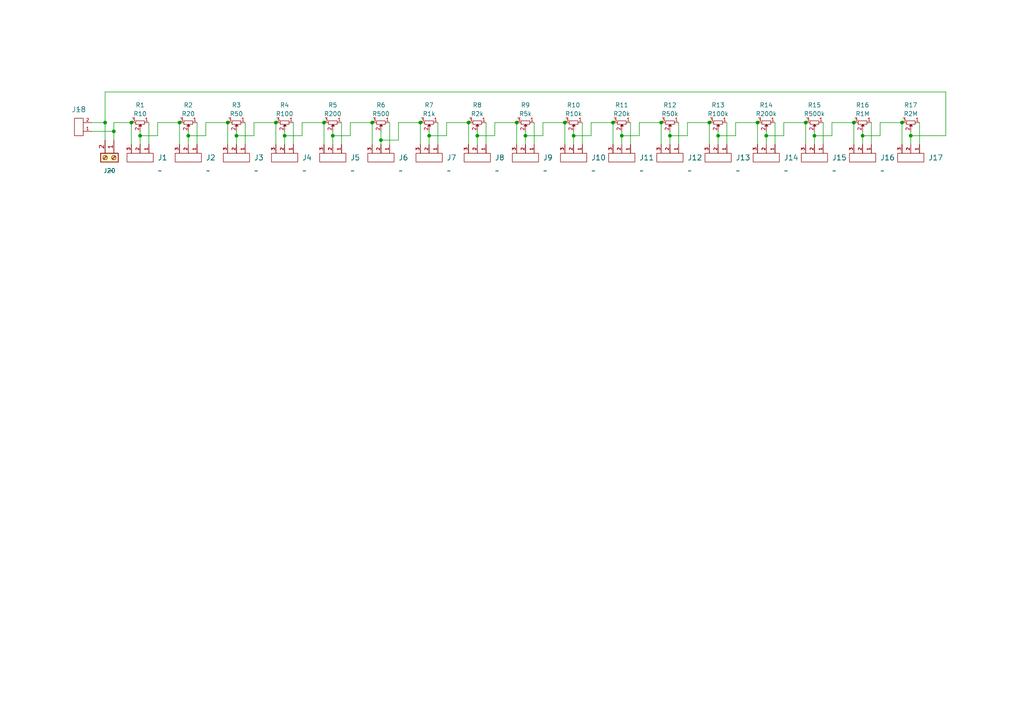
<source format=kicad_sch>
(kicad_sch (version 20250114) (generator "eeschema") (generator_version "9.0")
  (paper "A4")
  (title_block (title "Precision Resistance Decade") (date "2025-07-25") (rev "1.0/25") (company "Design by Andreas Potthoff (Muenster, Germany) | github.com/ElectroDrome") (comment 1 "Up to 100 mA load capacity per trimmer (varies by stage)") (comment 2 "Summed output and single-value taps for each stage") (comment 3 "Bourns precision potentiometers (25-turn, 0.5 W, max 900 V)") (comment 4 "17 resistance stages from 10 Ω to 2 MΩ "))
  (lib_symbols
    (symbol "Connector:Screw_Terminal_01x02" (pin_names (offset 1.016) (hide yes))
      (property "Reference" "J" (at 0 2.54 0))
      (property "Value" "Screw_Terminal_01x02" (at 0 -5.08 0))
      (symbol "Screw_Terminal_01x02_1_1"
        (rectangle (start -1.27 1.27) (end 1.27 -3.81) (stroke (width 0.254)) (fill (type background)))
        (polyline (pts (xy -0.5334 0.3302) (xy 0.3302 -0.508)) (stroke (width 0.1524)))
        (polyline (pts (xy -0.5334 -2.2098) (xy 0.3302 -3.048)) (stroke (width 0.1524)))
        (polyline (pts (xy -0.3556 0.508) (xy 0.508 -0.3302)) (stroke (width 0.1524)))
        (polyline (pts (xy -0.3556 -2.032) (xy 0.508 -2.8702)) (stroke (width 0.1524)))
        (circle (center 0 0) (radius 0.635) (stroke (width 0.1524)))
        (circle (center 0 -2.54) (radius 0.635) (stroke (width 0.1524)))
        (pin passive line (at -5.08 0 0) (length 3.81) (name "Pin_1") (number "1"))
        (pin passive line (at -5.08 -2.54 0) (length 3.81) (name "Pin_2") (number "2"))
      )
    )
    (symbol "w_connectors:HEADER_2" (pin_names (offset 0))
      (property "Reference" "J" (at 0 3.81 0))
      (property "Value" "HEADER_2" (at 0 -3.81 0))
      (symbol "HEADER_2_0_1"
        (rectangle (start 2.54 2.54) (end 0 -2.54))
      )
      (symbol "HEADER_2_1_1"
        (pin passive line (at -2.54 1.27 0) (length 2.54) (name "~") (number "1"))
        (pin passive line (at -2.54 -1.27 0) (length 2.54) (name "~") (number "2"))
      )
    )
    (symbol "w_connectors:HEADER_3" (pin_names (offset 0))
      (property "Reference" "J" (at 0 5.08 0))
      (property "Value" "HEADER_3" (at 0 -5.08 0))
      (symbol "HEADER_3_0_1"
        (rectangle (start 2.54 3.81) (end 0 -3.81))
      )
      (symbol "HEADER_3_1_1"
        (pin passive line (at -2.54 2.54 0) (length 2.54) (name "~") (number "1"))
        (pin passive line (at -2.54 0 0) (length 2.54) (name "~") (number "2"))
        (pin passive line (at -2.54 -2.54 0) (length 2.54) (name "~") (number "3"))
      )
    )
    (symbol "w_device:POT" (pin_names (offset 1.016) (hide yes))
      (property "Reference" "R" (at 0 -1.27 0))
      (property "Value" "POT" (at 0 -2.54 0))
      (symbol "POT_0_0"
        (rectangle (start -1.27 0.508) (end 1.27 -0.508))
      )
      (symbol "POT_0_1"
        (polyline (pts (xy 0 0.508) (xy -0.508 1.016) (xy 0.508 1.016)) (fill (type outline)))
      )
      (symbol "POT_1_1"
        (pin passive line (at -2.54 0 0) (length 1.27) (name "1") (number "1"))
        (pin passive line (at 0 2.54 270) (length 1.524) (name "2") (number "2"))
        (pin passive line (at 2.54 0 180) (length 1.27) (name "3") (number "3"))
      )
    )
  )
  (junction (at 166.37 39.37))
  (junction (at 191.77 35.56))
  (junction (at 152.4 39.37))
  (junction (at 163.83 35.56))
  (junction (at 138.43 39.37))
  (junction (at 233.68 35.56))
  (junction (at 222.25 39.37))
  (junction (at 38.1 35.56))
  (junction (at 80.01 35.56))
  (junction (at 54.61 39.37))
  (junction (at 110.49 40.64))
  (junction (at 121.92 35.56))
  (junction (at 236.22 39.37))
  (junction (at 40.64 39.37))
  (junction (at 33.02 38.1))
  (junction (at 219.71 35.56))
  (junction (at 180.34 39.37))
  (junction (at 205.74 35.56))
  (junction (at 261.62 35.56))
  (junction (at 30.48 35.56))
  (junction (at 250.19 39.37))
  (junction (at 208.28 39.37))
  (junction (at 96.52 39.37))
  (junction (at 124.46 39.37))
  (junction (at 107.95 35.56))
  (junction (at 177.8 35.56))
  (junction (at 82.55 39.37))
  (junction (at 135.89 35.56))
  (junction (at 247.65 35.56))
  (junction (at 93.98 35.56))
  (junction (at 194.31 39.37))
  (junction (at 68.58 39.37))
  (junction (at 52.07 35.56))
  (junction (at 66.04 35.56))
  (junction (at 264.16 39.37))
  (junction (at 149.86 35.56))
  (wire (pts (xy 59.69 39.37) (xy 59.69 35.56)))
  (wire (pts (xy 250.19 39.37) (xy 255.27 39.37)))
  (wire (pts (xy 157.48 39.37) (xy 157.48 35.56)))
  (wire (pts (xy 135.89 35.56) (xy 135.89 41.91)))
  (wire (pts (xy 54.61 38.1) (xy 54.61 39.37)))
  (wire (pts (xy 129.54 35.56) (xy 135.89 35.56)))
  (wire (pts (xy 71.12 35.56) (xy 71.12 41.91)))
  (wire (pts (xy 152.4 39.37) (xy 157.48 39.37)))
  (wire (pts (xy 166.37 39.37) (xy 166.37 41.91)))
  (wire (pts (xy 124.46 38.1) (xy 124.46 39.37)))
  (wire (pts (xy 59.69 35.56) (xy 66.04 35.56)))
  (wire (pts (xy 40.64 38.1) (xy 40.64 39.37)))
  (wire (pts (xy 99.06 35.56) (xy 99.06 41.91)))
  (wire (pts (xy 168.91 35.56) (xy 168.91 41.91)))
  (wire (pts (xy 199.39 35.56) (xy 205.74 35.56)))
  (wire (pts (xy 227.33 35.56) (xy 233.68 35.56)))
  (wire (pts (xy 26.67 38.1) (xy 33.02 38.1)))
  (wire (pts (xy 166.37 38.1) (xy 166.37 39.37)))
  (wire (pts (xy 180.34 39.37) (xy 185.42 39.37)))
  (wire (pts (xy 154.94 35.56) (xy 154.94 41.91)))
  (wire (pts (xy 236.22 39.37) (xy 241.3 39.37)))
  (wire (pts (xy 213.36 35.56) (xy 219.71 35.56)))
  (wire (pts (xy 110.49 38.1) (xy 110.49 40.64)))
  (wire (pts (xy 252.73 35.56) (xy 252.73 41.91)))
  (wire (pts (xy 107.95 35.56) (xy 107.95 41.91)))
  (wire (pts (xy 113.03 35.56) (xy 113.03 41.91)))
  (wire (pts (xy 264.16 38.1) (xy 264.16 39.37)))
  (wire (pts (xy 241.3 35.56) (xy 247.65 35.56)))
  (wire (pts (xy 73.66 39.37) (xy 73.66 35.56)))
  (wire (pts (xy 82.55 39.37) (xy 82.55 41.91)))
  (wire (pts (xy 96.52 39.37) (xy 101.6 39.37)))
  (wire (pts (xy 54.61 39.37) (xy 54.61 41.91)))
  (wire (pts (xy 255.27 35.56) (xy 261.62 35.56)))
  (wire (pts (xy 196.85 35.56) (xy 196.85 41.91)))
  (wire (pts (xy 87.63 35.56) (xy 93.98 35.56)))
  (wire (pts (xy 180.34 39.37) (xy 180.34 41.91)))
  (wire (pts (xy 274.32 39.37) (xy 274.32 26.67)))
  (wire (pts (xy 261.62 35.56) (xy 261.62 41.91)))
  (wire (pts (xy 124.46 39.37) (xy 124.46 41.91)))
  (wire (pts (xy 210.82 35.56) (xy 210.82 41.91)))
  (wire (pts (xy 85.09 35.56) (xy 85.09 41.91)))
  (wire (pts (xy 54.61 39.37) (xy 59.69 39.37)))
  (wire (pts (xy 185.42 39.37) (xy 185.42 35.56)))
  (wire (pts (xy 138.43 39.37) (xy 143.51 39.37)))
  (wire (pts (xy 208.28 39.37) (xy 213.36 39.37)))
  (wire (pts (xy 110.49 40.64) (xy 115.57 40.64)))
  (wire (pts (xy 227.33 39.37) (xy 227.33 35.56)))
  (wire (pts (xy 219.71 35.56) (xy 219.71 41.91)))
  (wire (pts (xy 73.66 35.56) (xy 80.01 35.56)))
  (wire (pts (xy 38.1 35.56) (xy 38.1 41.91)))
  (wire (pts (xy 110.49 40.64) (xy 110.49 41.91)))
  (wire (pts (xy 236.22 38.1) (xy 236.22 39.37)))
  (wire (pts (xy 182.88 35.56) (xy 182.88 41.91)))
  (wire (pts (xy 199.39 39.37) (xy 199.39 35.56)))
  (wire (pts (xy 152.4 38.1) (xy 152.4 39.37)))
  (wire (pts (xy 171.45 39.37) (xy 171.45 35.56)))
  (wire (pts (xy 238.76 35.56) (xy 238.76 41.91)))
  (wire (pts (xy 26.67 35.56) (xy 30.48 35.56)))
  (wire (pts (xy 205.74 35.56) (xy 205.74 41.91)))
  (wire (pts (xy 38.1 35.56) (xy 33.02 35.56)))
  (wire (pts (xy 157.48 35.56) (xy 163.83 35.56)))
  (wire (pts (xy 45.72 39.37) (xy 45.72 35.56)))
  (wire (pts (xy 87.63 39.37) (xy 87.63 35.56)))
  (wire (pts (xy 208.28 39.37) (xy 208.28 41.91)))
  (wire (pts (xy 180.34 38.1) (xy 180.34 39.37)))
  (wire (pts (xy 40.64 39.37) (xy 40.64 41.91)))
  (wire (pts (xy 264.16 39.37) (xy 274.32 39.37)))
  (wire (pts (xy 250.19 39.37) (xy 250.19 41.91)))
  (wire (pts (xy 68.58 39.37) (xy 68.58 41.91)))
  (wire (pts (xy 138.43 39.37) (xy 138.43 41.91)))
  (wire (pts (xy 266.7 35.56) (xy 266.7 41.91)))
  (wire (pts (xy 33.02 38.1) (xy 33.02 40.64)))
  (wire (pts (xy 177.8 35.56) (xy 177.8 41.91)))
  (wire (pts (xy 96.52 38.1) (xy 96.52 39.37)))
  (wire (pts (xy 233.68 35.56) (xy 233.68 41.91)))
  (wire (pts (xy 191.77 35.56) (xy 191.77 41.91)))
  (wire (pts (xy 115.57 40.64) (xy 115.57 35.56)))
  (wire (pts (xy 247.65 35.56) (xy 247.65 41.91)))
  (wire (pts (xy 68.58 39.37) (xy 73.66 39.37)))
  (wire (pts (xy 66.04 35.56) (xy 66.04 41.91)))
  (wire (pts (xy 101.6 35.56) (xy 107.95 35.56)))
  (wire (pts (xy 30.48 35.56) (xy 30.48 40.64)))
  (wire (pts (xy 43.18 35.56) (xy 43.18 41.91)))
  (wire (pts (xy 143.51 35.56) (xy 149.86 35.56)))
  (wire (pts (xy 45.72 35.56) (xy 52.07 35.56)))
  (wire (pts (xy 224.79 35.56) (xy 224.79 41.91)))
  (wire (pts (xy 30.48 26.67) (xy 274.32 26.67)))
  (wire (pts (xy 82.55 39.37) (xy 87.63 39.37)))
  (wire (pts (xy 166.37 39.37) (xy 171.45 39.37)))
  (wire (pts (xy 124.46 39.37) (xy 129.54 39.37)))
  (wire (pts (xy 250.19 38.1) (xy 250.19 39.37)))
  (wire (pts (xy 33.02 38.1) (xy 33.02 35.56)))
  (wire (pts (xy 30.48 26.67) (xy 30.48 35.56)))
  (wire (pts (xy 68.58 38.1) (xy 68.58 39.37)))
  (wire (pts (xy 121.92 35.56) (xy 121.92 41.91)))
  (wire (pts (xy 152.4 39.37) (xy 152.4 41.91)))
  (wire (pts (xy 129.54 39.37) (xy 129.54 35.56)))
  (wire (pts (xy 93.98 35.56) (xy 93.98 41.91)))
  (wire (pts (xy 222.25 38.1) (xy 222.25 39.37)))
  (wire (pts (xy 138.43 38.1) (xy 138.43 39.37)))
  (wire (pts (xy 264.16 39.37) (xy 264.16 41.91)))
  (wire (pts (xy 140.97 35.56) (xy 140.97 41.91)))
  (wire (pts (xy 213.36 39.37) (xy 213.36 35.56)))
  (wire (pts (xy 163.83 35.56) (xy 163.83 41.91)))
  (wire (pts (xy 222.25 39.37) (xy 222.25 41.91)))
  (wire (pts (xy 194.31 39.37) (xy 194.31 41.91)))
  (wire (pts (xy 236.22 39.37) (xy 236.22 41.91)))
  (wire (pts (xy 40.64 39.37) (xy 45.72 39.37)))
  (wire (pts (xy 127 35.56) (xy 127 41.91)))
  (wire (pts (xy 82.55 38.1) (xy 82.55 39.37)))
  (wire (pts (xy 57.15 35.56) (xy 57.15 41.91)))
  (wire (pts (xy 255.27 39.37) (xy 255.27 35.56)))
  (wire (pts (xy 115.57 35.56) (xy 121.92 35.56)))
  (wire (pts (xy 80.01 35.56) (xy 80.01 41.91)))
  (wire (pts (xy 194.31 39.37) (xy 199.39 39.37)))
  (wire (pts (xy 143.51 39.37) (xy 143.51 35.56)))
  (wire (pts (xy 222.25 39.37) (xy 227.33 39.37)))
  (wire (pts (xy 96.52 39.37) (xy 96.52 41.91)))
  (wire (pts (xy 241.3 39.37) (xy 241.3 35.56)))
  (wire (pts (xy 101.6 39.37) (xy 101.6 35.56)))
  (wire (pts (xy 194.31 38.1) (xy 194.31 39.37)))
  (wire (pts (xy 171.45 35.56) (xy 177.8 35.56)))
  (wire (pts (xy 185.42 35.56) (xy 191.77 35.56)))
  (wire (pts (xy 149.86 35.56) (xy 149.86 41.91)))
  (wire (pts (xy 52.07 35.56) (xy 52.07 41.91)))
  (wire (pts (xy 208.28 38.1) (xy 208.28 39.37)))
  (symbol (lib_id "w_device:POT") (at 68.58 35.56 180) (unit 1)
    (property "Reference" "R3" (at 68.58 30.48 0))
    (property "Value" "R50" (at 68.58 33.02 0))
    (property "Footprint" "Potentiometer_THT:Potentiometer_Bourns_3296W_Vertical" (effects (hide yes)))
  )
  (symbol (lib_id "w_connectors:HEADER_3") (at 236.22 44.45 270) (unit 1)
    (property "Reference" "J15" (at 241.3 45.72 90) (effects (font (size 1.524 1.524)) (justify left)))
    (property "Value" "~" (at 227.33 49.53 90) (effects (font (size 1.524 1.524)) (justify left)))
    (property "Footprint" "Connector_PinHeader_2.54mm:PinHeader_1x03_P2.54mm_Vertical" (effects (hide yes)))
  )
  (symbol (lib_id "w_device:POT") (at 110.49 35.56 180) (unit 1)
    (property "Reference" "R6" (at 110.49 30.48 0))
    (property "Value" "R500" (at 110.49 33.02 0))
    (property "Footprint" "Potentiometer_THT:Potentiometer_Bourns_3296W_Vertical" (effects (hide yes)))
  )
  (symbol (lib_id "w_device:POT") (at 152.4 35.56 180) (unit 1)
    (property "Reference" "R9" (at 152.4 30.48 0))
    (property "Value" "R5k" (at 152.4 33.02 0))
    (property "Footprint" "Potentiometer_THT:Potentiometer_Bourns_3296W_Vertical" (effects (hide yes)))
  )
  (symbol (lib_id "w_device:POT") (at 166.37 35.56 180) (unit 1)
    (property "Reference" "R10" (at 166.37 30.48 0))
    (property "Value" "R10k" (at 166.37 33.02 0))
    (property "Footprint" "Potentiometer_THT:Potentiometer_Bourns_3296W_Vertical" (effects (hide yes)))
  )
  (symbol (lib_id "w_device:POT") (at 194.31 35.56 180) (unit 1)
    (property "Reference" "R12" (at 194.31 30.48 0))
    (property "Value" "R50k" (at 194.31 33.02 0))
    (property "Footprint" "Potentiometer_THT:Potentiometer_Bourns_3296W_Vertical" (effects (hide yes)))
  )
  (symbol (lib_id "w_device:POT") (at 236.22 35.56 180) (unit 1)
    (property "Reference" "R15" (at 236.22 30.48 0))
    (property "Value" "R500k" (at 236.22 33.02 0))
    (property "Footprint" "Potentiometer_THT:Potentiometer_Bourns_3296W_Vertical" (effects (hide yes)))
  )
  (symbol (lib_id "w_device:POT") (at 264.16 35.56 180) (unit 1)
    (property "Reference" "R17" (at 264.16 30.48 0))
    (property "Value" "R2M" (at 264.16 33.02 0))
    (property "Footprint" "Potentiometer_THT:Potentiometer_Bourns_3296W_Vertical" (effects (hide yes)))
  )
  (symbol (lib_id "w_connectors:HEADER_3") (at 138.43 44.45 270) (unit 1)
    (property "Reference" "J8" (at 143.51 45.72 90) (effects (font (size 1.524 1.524)) (justify left)))
    (property "Value" "~" (at 129.54 49.53 90) (effects (font (size 1.524 1.524)) (justify left)))
    (property "Footprint" "Connector_PinHeader_2.54mm:PinHeader_1x03_P2.54mm_Vertical" (effects (hide yes)))
  )
  (symbol (lib_id "w_device:POT") (at 40.64 35.56 180) (unit 1)
    (property "Reference" "R1" (at 40.64 30.48 0))
    (property "Value" "R10" (at 40.64 33.02 0))
    (property "Footprint" "Potentiometer_THT:Potentiometer_Bourns_3296W_Vertical" (effects (hide yes)))
  )
  (symbol (lib_id "w_connectors:HEADER_3") (at 152.4 44.45 270) (unit 1)
    (property "Reference" "J9" (at 157.48 45.72 90) (effects (font (size 1.524 1.524)) (justify left)))
    (property "Value" "~" (at 143.51 49.53 90) (effects (font (size 1.524 1.524)) (justify left)))
    (property "Footprint" "Connector_PinHeader_2.54mm:PinHeader_1x03_P2.54mm_Vertical" (effects (hide yes)))
  )
  (symbol (lib_id "w_connectors:HEADER_2") (at 24.13 36.83 180) (unit 1)
    (property "Reference" "J18" (at 22.86 31.75 0) (effects (font (size 1.524 1.524))))
    (property "Value" "~" (at 22.86 31.75 0) (effects (font (size 1.524 1.524))))
    (property "Footprint" "Connector_PinHeader_2.54mm:PinHeader_1x02_P2.54mm_Vertical" (effects (hide yes)))
  )
  (symbol (lib_id "w_device:POT") (at 54.61 35.56 180) (unit 1)
    (property "Reference" "R2" (at 54.61 30.48 0))
    (property "Value" "R20" (at 54.61 33.02 0))
    (property "Footprint" "Potentiometer_THT:Potentiometer_Bourns_3296W_Vertical" (effects (hide yes)))
  )
  (symbol (lib_id "w_device:POT") (at 82.55 35.56 180) (unit 1)
    (property "Reference" "R4" (at 82.55 30.48 0))
    (property "Value" "R100" (at 82.55 33.02 0))
    (property "Footprint" "Potentiometer_THT:Potentiometer_Bourns_3296W_Vertical" (effects (hide yes)))
  )
  (symbol (lib_id "w_connectors:HEADER_3") (at 68.58 44.45 270) (unit 1)
    (property "Reference" "J3" (at 73.66 45.72 90) (effects (font (size 1.524 1.524)) (justify left)))
    (property "Value" "~" (at 59.69 49.53 90) (effects (font (size 1.524 1.524)) (justify left)))
    (property "Footprint" "Connector_PinHeader_2.54mm:PinHeader_1x03_P2.54mm_Vertical" (effects (hide yes)))
  )
  (symbol (lib_id "w_connectors:HEADER_3") (at 110.49 44.45 270) (unit 1)
    (property "Reference" "J6" (at 115.57 45.72 90) (effects (font (size 1.524 1.524)) (justify left)))
    (property "Value" "~" (at 101.6 49.53 90) (effects (font (size 1.524 1.524)) (justify left)))
    (property "Footprint" "Connector_PinHeader_2.54mm:PinHeader_1x03_P2.54mm_Vertical" (effects (hide yes)))
  )
  (symbol (lib_id "w_device:POT") (at 250.19 35.56 180) (unit 1)
    (property "Reference" "R16" (at 250.19 30.48 0))
    (property "Value" "R1M" (at 250.19 33.02 0))
    (property "Footprint" "Potentiometer_THT:Potentiometer_Bourns_3296W_Vertical" (effects (hide yes)))
  )
  (symbol (lib_id "w_device:POT") (at 138.43 35.56 180) (unit 1)
    (property "Reference" "R8" (at 138.43 30.48 0))
    (property "Value" "R2k" (at 138.43 33.02 0))
    (property "Footprint" "Potentiometer_THT:Potentiometer_Bourns_3296W_Vertical" (effects (hide yes)))
  )
  (symbol (lib_id "w_device:POT") (at 124.46 35.56 180) (unit 1)
    (property "Reference" "R7" (at 124.46 30.48 0))
    (property "Value" "R1k" (at 124.46 33.02 0))
    (property "Footprint" "Potentiometer_THT:Potentiometer_Bourns_3296W_Vertical" (effects (hide yes)))
  )
  (symbol (lib_id "w_connectors:HEADER_3") (at 208.28 44.45 270) (unit 1)
    (property "Reference" "J13" (at 213.36 45.72 90) (effects (font (size 1.524 1.524)) (justify left)))
    (property "Value" "~" (at 199.39 49.53 90) (effects (font (size 1.524 1.524)) (justify left)))
    (property "Footprint" "Connector_PinHeader_2.54mm:PinHeader_1x03_P2.54mm_Vertical" (effects (hide yes)))
  )
  (symbol (lib_id "w_connectors:HEADER_3") (at 222.25 44.45 270) (unit 1)
    (property "Reference" "J14" (at 227.33 45.72 90) (effects (font (size 1.524 1.524)) (justify left)))
    (property "Value" "~" (at 213.36 49.53 90) (effects (font (size 1.524 1.524)) (justify left)))
    (property "Footprint" "Connector_PinHeader_2.54mm:PinHeader_1x03_P2.54mm_Vertical" (effects (hide yes)))
  )
  (symbol (lib_id "w_connectors:HEADER_3") (at 264.16 44.45 270) (unit 1)
    (property "Reference" "J17" (at 269.24 45.72 90) (effects (font (size 1.524 1.524)) (justify left)))
    (property "Value" "~" (at 255.27 49.53 90) (effects (font (size 1.524 1.524)) (justify left)))
    (property "Footprint" "Connector_PinHeader_2.54mm:PinHeader_1x03_P2.54mm_Vertical" (effects (hide yes)))
  )
  (symbol (lib_id "w_connectors:HEADER_3") (at 54.61 44.45 270) (unit 1)
    (property "Reference" "J2" (at 59.69 45.72 90) (effects (font (size 1.524 1.524)) (justify left)))
    (property "Value" "~" (at 45.72 49.53 90) (effects (font (size 1.524 1.524)) (justify left)))
    (property "Footprint" "Connector_PinHeader_2.54mm:PinHeader_1x03_P2.54mm_Vertical" (effects (hide yes)))
  )
  (symbol (lib_id "w_device:POT") (at 208.28 35.56 180) (unit 1)
    (property "Reference" "R13" (at 208.28 30.48 0))
    (property "Value" "R100k" (at 208.28 33.02 0))
    (property "Footprint" "Potentiometer_THT:Potentiometer_Bourns_3296W_Vertical" (effects (hide yes)))
  )
  (symbol (lib_id "w_device:POT") (at 96.52 35.56 180) (unit 1)
    (property "Reference" "R5" (at 96.52 30.48 0))
    (property "Value" "R200" (at 96.52 33.02 0))
    (property "Footprint" "Potentiometer_THT:Potentiometer_Bourns_3296W_Vertical" (effects (hide yes)))
  )
  (symbol (lib_id "w_connectors:HEADER_3") (at 96.52 44.45 270) (unit 1)
    (property "Reference" "J5" (at 101.6 45.72 90) (effects (font (size 1.524 1.524)) (justify left)))
    (property "Value" "~" (at 87.63 49.53 90) (effects (font (size 1.524 1.524)) (justify left)))
    (property "Footprint" "Connector_PinHeader_2.54mm:PinHeader_1x03_P2.54mm_Vertical" (effects (hide yes)))
  )
  (symbol (lib_id "w_connectors:HEADER_3") (at 40.64 44.45 270) (unit 1)
    (property "Reference" "J1" (at 45.72 45.72 90) (effects (font (size 1.524 1.524)) (justify left)))
    (property "Value" "~" (at 31.75 49.53 90) (effects (font (size 1.524 1.524)) (justify left)))
    (property "Footprint" "Connector_PinHeader_2.54mm:PinHeader_1x03_P2.54mm_Vertical" (effects (hide yes)))
  )
  (symbol (lib_id "w_connectors:HEADER_3") (at 180.34 44.45 270) (unit 1)
    (property "Reference" "J11" (at 185.42 45.72 90) (effects (font (size 1.524 1.524)) (justify left)))
    (property "Value" "~" (at 171.45 49.53 90) (effects (font (size 1.524 1.524)) (justify left)))
    (property "Footprint" "Connector_PinHeader_2.54mm:PinHeader_1x03_P2.54mm_Vertical" (effects (hide yes)))
  )
  (symbol (lib_id "w_connectors:HEADER_3") (at 124.46 44.45 270) (unit 1)
    (property "Reference" "J7" (at 129.54 45.72 90) (effects (font (size 1.524 1.524)) (justify left)))
    (property "Value" "~" (at 115.57 49.53 90) (effects (font (size 1.524 1.524)) (justify left)))
    (property "Footprint" "Connector_PinHeader_2.54mm:PinHeader_1x03_P2.54mm_Vertical" (effects (hide yes)))
  )
  (symbol (lib_id "w_connectors:HEADER_3") (at 166.37 44.45 270) (unit 1)
    (property "Reference" "J10" (at 171.45 45.72 90) (effects (font (size 1.524 1.524)) (justify left)))
    (property "Value" "~" (at 157.48 49.53 90) (effects (font (size 1.524 1.524)) (justify left)))
    (property "Footprint" "Connector_PinHeader_2.54mm:PinHeader_1x03_P2.54mm_Vertical" (effects (hide yes)))
  )
  (symbol (lib_id "w_connectors:HEADER_3") (at 82.55 44.45 270) (unit 1)
    (property "Reference" "J4" (at 87.63 45.72 90) (effects (font (size 1.524 1.524)) (justify left)))
    (property "Value" "~" (at 73.66 49.53 90) (effects (font (size 1.524 1.524)) (justify left)))
    (property "Footprint" "Connector_PinHeader_2.54mm:PinHeader_1x03_P2.54mm_Vertical" (effects (hide yes)))
  )
  (symbol (lib_id "w_connectors:HEADER_3") (at 250.19 44.45 270) (unit 1)
    (property "Reference" "J16" (at 255.27 45.72 90) (effects (font (size 1.524 1.524)) (justify left)))
    (property "Value" "~" (at 241.3 49.53 90) (effects (font (size 1.524 1.524)) (justify left)))
    (property "Footprint" "Connector_PinHeader_2.54mm:PinHeader_1x03_P2.54mm_Vertical" (effects (hide yes)))
  )
  (symbol (lib_id "w_device:POT") (at 180.34 35.56 180) (unit 1)
    (property "Reference" "R11" (at 180.34 30.48 0))
    (property "Value" "R20k" (at 180.34 33.02 0))
    (property "Footprint" "Potentiometer_THT:Potentiometer_Bourns_3296W_Vertical" (effects (hide yes)))
  )
  (symbol (lib_id "w_device:POT") (at 222.25 35.56 180) (unit 1)
    (property "Reference" "R14" (at 222.25 30.48 0))
    (property "Value" "R200k" (at 222.25 33.02 0))
    (property "Footprint" "Potentiometer_THT:Potentiometer_Bourns_3296W_Vertical" (effects (hide yes)))
  )
  (symbol (lib_id "Connector:Screw_Terminal_01x02") (at 33.02 45.72 270) (unit 1)
    (property "Reference" "J20" (at 31.75 49.53 90))
    (property "Value" "~" (at 31.75 49.53 90))
    (property "Footprint" "TerminalBlock_Phoenix:TerminalBlock_Phoenix_MKDS-3-2-5.08_1x02_P5.08mm_Horizontal" (effects (hide yes)))
  )
  (symbol (lib_id "w_connectors:HEADER_3") (at 194.31 44.45 270) (unit 1)
    (property "Reference" "J12" (at 199.39 45.72 90) (effects (font (size 1.524 1.524)) (justify left)))
    (property "Value" "~" (at 185.42 49.53 90) (effects (font (size 1.524 1.524)) (justify left)))
    (property "Footprint" "Connector_PinHeader_2.54mm:PinHeader_1x03_P2.54mm_Vertical" (effects (hide yes)))
  )
)
</source>
